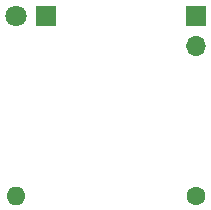
<source format=gbr>
%TF.GenerationSoftware,KiCad,Pcbnew,7.0.6*%
%TF.CreationDate,2023-07-24T14:12:11+05:30*%
%TF.ProjectId,Class1,436c6173-7331-42e6-9b69-6361645f7063,rev?*%
%TF.SameCoordinates,Original*%
%TF.FileFunction,Copper,L1,Top*%
%TF.FilePolarity,Positive*%
%FSLAX46Y46*%
G04 Gerber Fmt 4.6, Leading zero omitted, Abs format (unit mm)*
G04 Created by KiCad (PCBNEW 7.0.6) date 2023-07-24 14:12:11*
%MOMM*%
%LPD*%
G01*
G04 APERTURE LIST*
%TA.AperFunction,ComponentPad*%
%ADD10O,1.600000X1.600000*%
%TD*%
%TA.AperFunction,ComponentPad*%
%ADD11C,1.600000*%
%TD*%
%TA.AperFunction,ComponentPad*%
%ADD12R,1.700000X1.700000*%
%TD*%
%TA.AperFunction,ComponentPad*%
%ADD13O,1.700000X1.700000*%
%TD*%
%TA.AperFunction,ComponentPad*%
%ADD14R,1.800000X1.800000*%
%TD*%
%TA.AperFunction,ComponentPad*%
%ADD15C,1.800000*%
%TD*%
G04 APERTURE END LIST*
D10*
%TO.P,R1,2*%
%TO.N,Net-(D1-A)*%
X144780000Y-78740000D03*
D11*
%TO.P,R1,1*%
%TO.N,VCC*%
X160020000Y-78740000D03*
%TD*%
D12*
%TO.P,J1,1,Pin_1*%
%TO.N,GND*%
X160020000Y-63500000D03*
D13*
%TO.P,J1,2,Pin_2*%
%TO.N,VCC*%
X160020000Y-66040000D03*
%TD*%
D14*
%TO.P,D1,1,K*%
%TO.N,GND*%
X147320000Y-63500000D03*
D15*
%TO.P,D1,2,A*%
%TO.N,Net-(D1-A)*%
X144780000Y-63500000D03*
%TD*%
M02*

</source>
